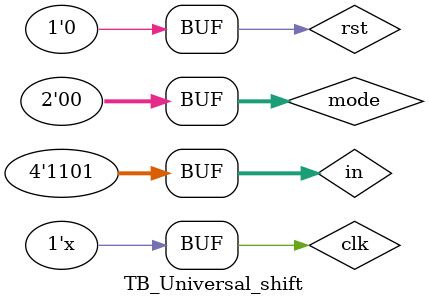
<source format=v>
`timescale 1ns / 1ps

module TB_Universal_shift();
reg [3:0]in;
reg clk,rst;
reg [1:0]mode;
wire [3:0]out;

Universal_Shift_register dut(in,clk,rst,mode,out);

always #5 clk=~clk; 
initial begin 
    clk=1;rst=1;mode=0; #10; rst=0;
    in = 4'b0001; #10;
    mode=1;#20; mode=2;#20;
    mode=2;#20; mode=3;#20; mode=0;
    in = 4'b1101; #10;
    mode=1;#20; mode=2;#20;
    mode=2;#20; mode=3;#20;mode=0;
end
endmodule

</source>
